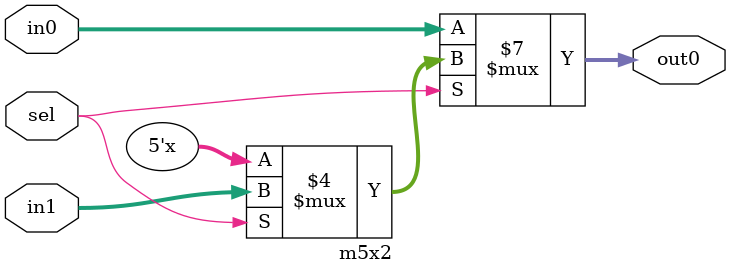
<source format=v>
module m5x2(in0, in1, sel, out0);

  input [4:0] in0;
  input [4:0] in1;
  input sel;
  output [4:0] out0;
  reg [4:0] out0;

  // select in0 if sel=0
  // select in1 if sel=1

  always @ (in0 or in1 or sel)
  begin
    if (sel == 0)
      out0 <= in0;
    else if (sel == 1)
	 out0 <= in1;
  end

endmodule

</source>
